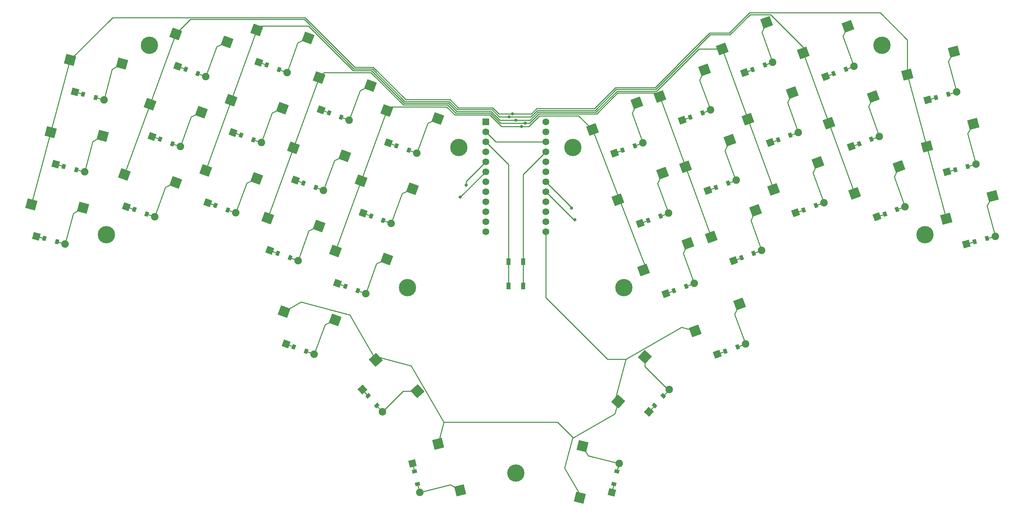
<source format=gbr>
%TF.GenerationSoftware,KiCad,Pcbnew,(6.0.10)*%
%TF.CreationDate,2024-09-29T17:33:22+02:00*%
%TF.ProjectId,blavinge,626c6176-696e-4676-952e-6b696361645f,v1.0.0*%
%TF.SameCoordinates,Original*%
%TF.FileFunction,Copper,L2,Bot*%
%TF.FilePolarity,Positive*%
%FSLAX46Y46*%
G04 Gerber Fmt 4.6, Leading zero omitted, Abs format (unit mm)*
G04 Created by KiCad (PCBNEW (6.0.10)) date 2024-09-29 17:33:22*
%MOMM*%
%LPD*%
G01*
G04 APERTURE LIST*
G04 Aperture macros list*
%AMRotRect*
0 Rectangle, with rotation*
0 The origin of the aperture is its center*
0 $1 length*
0 $2 width*
0 $3 Rotation angle, in degrees counterclockwise*
0 Add horizontal line*
21,1,$1,$2,0,0,$3*%
G04 Aperture macros list end*
%TA.AperFunction,SMDPad,CuDef*%
%ADD10RotRect,2.550000X2.500000X345.000000*%
%TD*%
%TA.AperFunction,SMDPad,CuDef*%
%ADD11RotRect,2.550000X2.500000X340.000000*%
%TD*%
%TA.AperFunction,SMDPad,CuDef*%
%ADD12RotRect,2.550000X2.500000X312.000000*%
%TD*%
%TA.AperFunction,SMDPad,CuDef*%
%ADD13RotRect,2.550000X2.500000X284.000000*%
%TD*%
%TA.AperFunction,SMDPad,CuDef*%
%ADD14RotRect,2.550000X2.500000X15.000000*%
%TD*%
%TA.AperFunction,SMDPad,CuDef*%
%ADD15RotRect,2.550000X2.500000X20.000000*%
%TD*%
%TA.AperFunction,SMDPad,CuDef*%
%ADD16RotRect,2.550000X2.500000X48.000000*%
%TD*%
%TA.AperFunction,SMDPad,CuDef*%
%ADD17RotRect,2.550000X2.500000X76.000000*%
%TD*%
%TA.AperFunction,SMDPad,CuDef*%
%ADD18RotRect,0.900000X1.200000X345.000000*%
%TD*%
%TA.AperFunction,ComponentPad*%
%ADD19RotRect,1.778000X1.778000X345.000000*%
%TD*%
%TA.AperFunction,ComponentPad*%
%ADD20C,1.905000*%
%TD*%
%TA.AperFunction,SMDPad,CuDef*%
%ADD21RotRect,0.900000X1.200000X340.000000*%
%TD*%
%TA.AperFunction,ComponentPad*%
%ADD22RotRect,1.778000X1.778000X340.000000*%
%TD*%
%TA.AperFunction,SMDPad,CuDef*%
%ADD23RotRect,0.900000X1.200000X312.000000*%
%TD*%
%TA.AperFunction,ComponentPad*%
%ADD24RotRect,1.778000X1.778000X312.000000*%
%TD*%
%TA.AperFunction,SMDPad,CuDef*%
%ADD25RotRect,0.900000X1.200000X284.000000*%
%TD*%
%TA.AperFunction,ComponentPad*%
%ADD26RotRect,1.778000X1.778000X284.000000*%
%TD*%
%TA.AperFunction,SMDPad,CuDef*%
%ADD27RotRect,0.900000X1.200000X15.000000*%
%TD*%
%TA.AperFunction,ComponentPad*%
%ADD28RotRect,1.778000X1.778000X15.000000*%
%TD*%
%TA.AperFunction,SMDPad,CuDef*%
%ADD29RotRect,0.900000X1.200000X20.000000*%
%TD*%
%TA.AperFunction,ComponentPad*%
%ADD30RotRect,1.778000X1.778000X20.000000*%
%TD*%
%TA.AperFunction,SMDPad,CuDef*%
%ADD31RotRect,0.900000X1.200000X48.000000*%
%TD*%
%TA.AperFunction,ComponentPad*%
%ADD32RotRect,1.778000X1.778000X48.000000*%
%TD*%
%TA.AperFunction,SMDPad,CuDef*%
%ADD33RotRect,0.900000X1.200000X76.000000*%
%TD*%
%TA.AperFunction,ComponentPad*%
%ADD34RotRect,1.778000X1.778000X76.000000*%
%TD*%
%TA.AperFunction,ComponentPad*%
%ADD35R,1.752600X1.752600*%
%TD*%
%TA.AperFunction,ComponentPad*%
%ADD36C,1.752600*%
%TD*%
%TA.AperFunction,SMDPad,CuDef*%
%ADD37R,1.100000X1.800000*%
%TD*%
%TA.AperFunction,ComponentPad*%
%ADD38C,0.700000*%
%TD*%
%TA.AperFunction,ComponentPad*%
%ADD39C,4.400000*%
%TD*%
%TA.AperFunction,ViaPad*%
%ADD40C,0.800000*%
%TD*%
%TA.AperFunction,Conductor*%
%ADD41C,0.250000*%
%TD*%
G04 APERTURE END LIST*
D10*
%TO.P,S1,1*%
%TO.N,P16*%
X42555086Y-129810187D03*
%TO.P,S1,2*%
%TO.N,pinky_bottom*%
X55699009Y-130702490D03*
%TD*%
%TO.P,S2,1*%
%TO.N,P16*%
X47472625Y-111457580D03*
%TO.P,S2,2*%
%TO.N,pinky_home*%
X60616548Y-112349883D03*
%TD*%
%TO.P,S3,1*%
%TO.N,P16*%
X52390180Y-93104995D03*
%TO.P,S3,2*%
%TO.N,pinky_top*%
X65534103Y-93997298D03*
%TD*%
D11*
%TO.P,S4,1*%
%TO.N,P14*%
X66194338Y-122178777D03*
%TO.P,S4,2*%
%TO.N,ring_bottom*%
X79210476Y-124213252D03*
%TD*%
%TO.P,S5,1*%
%TO.N,P14*%
X72692728Y-104324612D03*
%TO.P,S5,2*%
%TO.N,ring_home*%
X85708866Y-106359087D03*
%TD*%
%TO.P,S6,1*%
%TO.N,P14*%
X79191104Y-86470438D03*
%TO.P,S6,2*%
%TO.N,ring_top*%
X92207242Y-88504913D03*
%TD*%
%TO.P,S7,1*%
%TO.N,P10*%
X86784662Y-121159626D03*
%TO.P,S7,2*%
%TO.N,middle_bottom*%
X99800800Y-123194101D03*
%TD*%
%TO.P,S8,1*%
%TO.N,P10*%
X93283058Y-103305460D03*
%TO.P,S8,2*%
%TO.N,middle_home*%
X106299196Y-105339935D03*
%TD*%
%TO.P,S9,1*%
%TO.N,P10*%
X99781436Y-85451303D03*
%TO.P,S9,2*%
%TO.N,middle_top*%
X112797574Y-87485778D03*
%TD*%
%TO.P,S10,1*%
%TO.N,P7*%
X102586710Y-133296167D03*
%TO.P,S10,2*%
%TO.N,index_bottom*%
X115602848Y-135330642D03*
%TD*%
%TO.P,S11,1*%
%TO.N,P7*%
X109085097Y-115441998D03*
%TO.P,S11,2*%
%TO.N,index_home*%
X122101235Y-117476473D03*
%TD*%
%TO.P,S12,1*%
%TO.N,P7*%
X115583473Y-97587836D03*
%TO.P,S12,2*%
%TO.N,index_top*%
X128599611Y-99622311D03*
%TD*%
%TO.P,S13,1*%
%TO.N,P8*%
X119756829Y-141673932D03*
%TO.P,S13,2*%
%TO.N,inner_bottom*%
X132772967Y-143708407D03*
%TD*%
%TO.P,S14,1*%
%TO.N,P8*%
X126255212Y-123819769D03*
%TO.P,S14,2*%
%TO.N,inner_home*%
X139271350Y-125854244D03*
%TD*%
%TO.P,S15,1*%
%TO.N,P8*%
X132753587Y-105965604D03*
%TO.P,S15,2*%
%TO.N,inner_top*%
X145769725Y-108000079D03*
%TD*%
%TO.P,S16,1*%
%TO.N,P9*%
X106680602Y-157133963D03*
%TO.P,S16,2*%
%TO.N,near_thumb*%
X119696740Y-159168438D03*
%TD*%
D12*
%TO.P,S17,1*%
%TO.N,P9*%
X130015867Y-169395412D03*
%TO.P,S17,2*%
%TO.N,home_thumb*%
X140553306Y-177302454D03*
%TD*%
D13*
%TO.P,S18,2*%
%TO.N,far_thumb*%
X151416380Y-202594321D03*
%TO.P,S18,1*%
%TO.N,P9*%
X145824505Y-190665790D03*
%TD*%
D14*
%TO.P,S19,1*%
%TO.N,P16*%
X274828375Y-133477640D03*
%TO.P,S19,2*%
%TO.N,mirror_pinky_bottom*%
X286657498Y-127678435D03*
%TD*%
%TO.P,S20,1*%
%TO.N,P16*%
X269910806Y-115125069D03*
%TO.P,S20,2*%
%TO.N,mirror_pinky_home*%
X281739929Y-109325864D03*
%TD*%
%TO.P,S21,1*%
%TO.N,P16*%
X264993225Y-96772472D03*
%TO.P,S21,2*%
%TO.N,mirror_pinky_top*%
X276822348Y-90973267D03*
%TD*%
D15*
%TO.P,S22,1*%
%TO.N,P14*%
X251560833Y-127025205D03*
%TO.P,S22,2*%
%TO.N,mirror_ring_bottom*%
X262839508Y-120217092D03*
%TD*%
%TO.P,S23,1*%
%TO.N,P14*%
X245062450Y-109171045D03*
%TO.P,S23,2*%
%TO.N,mirror_ring_home*%
X256341125Y-102362932D03*
%TD*%
%TO.P,S24,1*%
%TO.N,P14*%
X238564057Y-91316887D03*
%TO.P,S24,2*%
%TO.N,mirror_ring_top*%
X249842732Y-84508774D03*
%TD*%
%TO.P,S25,1*%
%TO.N,P10*%
X230970507Y-126006058D03*
%TO.P,S25,2*%
%TO.N,mirror_middle_bottom*%
X242249182Y-119197945D03*
%TD*%
%TO.P,S26,1*%
%TO.N,P10*%
X224472126Y-108151886D03*
%TO.P,S26,2*%
%TO.N,mirror_middle_home*%
X235750801Y-101343773D03*
%TD*%
%TO.P,S27,1*%
%TO.N,P10*%
X217973736Y-90297731D03*
%TO.P,S27,2*%
%TO.N,mirror_middle_top*%
X229252411Y-83489618D03*
%TD*%
%TO.P,S28,1*%
%TO.N,P7*%
X215168481Y-138142581D03*
%TO.P,S28,2*%
%TO.N,mirror_index_bottom*%
X226447156Y-131334468D03*
%TD*%
%TO.P,S29,1*%
%TO.N,P7*%
X208670095Y-120288412D03*
%TO.P,S29,2*%
%TO.N,mirror_index_home*%
X219948770Y-113480299D03*
%TD*%
%TO.P,S30,1*%
%TO.N,P7*%
X202171707Y-102434267D03*
%TO.P,S30,2*%
%TO.N,mirror_index_top*%
X213450382Y-95626154D03*
%TD*%
%TO.P,S31,1*%
%TO.N,P8*%
X197998341Y-146520350D03*
%TO.P,S31,2*%
%TO.N,mirror_inner_bottom*%
X209277016Y-139712237D03*
%TD*%
%TO.P,S32,1*%
%TO.N,P8*%
X191499971Y-128666187D03*
%TO.P,S32,2*%
%TO.N,mirror_inner_home*%
X202778646Y-121858074D03*
%TD*%
%TO.P,S33,1*%
%TO.N,P8*%
X185001574Y-110812019D03*
%TO.P,S33,2*%
%TO.N,mirror_inner_top*%
X196280249Y-104003906D03*
%TD*%
%TO.P,S34,1*%
%TO.N,P9*%
X211074573Y-161980373D03*
%TO.P,S34,2*%
%TO.N,mirror_near_thumb*%
X222353248Y-155172260D03*
%TD*%
D16*
%TO.P,S35,1*%
%TO.N,P9*%
X191573176Y-179925773D03*
%TO.P,S35,2*%
%TO.N,mirror_home_thumb*%
X198335439Y-168619548D03*
%TD*%
D17*
%TO.P,S36,1*%
%TO.N,P9*%
X181818084Y-204414881D03*
%TO.P,S36,2*%
%TO.N,mirror_far_thumb*%
X182480857Y-191257386D03*
%TD*%
D18*
%TO.P,D1,2*%
%TO.N,pinky_bottom*%
X49040934Y-139354039D03*
%TO.P,D1,1*%
%TO.N,P19*%
X45853378Y-138499937D03*
D19*
X43766979Y-137940887D03*
D20*
%TO.P,D1,2*%
%TO.N,pinky_bottom*%
X51127333Y-139913089D03*
%TD*%
D18*
%TO.P,D2,2*%
%TO.N,pinky_home*%
X53958502Y-121001453D03*
%TO.P,D2,1*%
%TO.N,P20*%
X50770946Y-120147351D03*
D19*
X48684547Y-119588301D03*
D20*
%TO.P,D2,2*%
%TO.N,pinky_home*%
X56044901Y-121560503D03*
%TD*%
D18*
%TO.P,D3,2*%
%TO.N,pinky_top*%
X58876059Y-102648866D03*
%TO.P,D3,1*%
%TO.N,P21*%
X55688503Y-101794764D03*
D19*
X53602104Y-101235714D03*
D20*
%TO.P,D3,2*%
%TO.N,pinky_top*%
X60962458Y-103207916D03*
%TD*%
D21*
%TO.P,D4,2*%
%TO.N,ring_bottom*%
X71823733Y-132251591D03*
%TO.P,D4,1*%
%TO.N,P19*%
X68722747Y-131122925D03*
D22*
X66693011Y-130384161D03*
D20*
%TO.P,D4,2*%
%TO.N,ring_bottom*%
X73853469Y-132990355D03*
%TD*%
D21*
%TO.P,D5,2*%
%TO.N,ring_home*%
X78322110Y-114397438D03*
%TO.P,D5,1*%
%TO.N,P20*%
X75221124Y-113268772D03*
D22*
X73191388Y-112530008D03*
D20*
%TO.P,D5,2*%
%TO.N,ring_home*%
X80351846Y-115136202D03*
%TD*%
D21*
%TO.P,D6,2*%
%TO.N,ring_top*%
X84820499Y-96543273D03*
%TO.P,D6,1*%
%TO.N,P21*%
X81719513Y-95414607D03*
D22*
X79689777Y-94675843D03*
D20*
%TO.P,D6,2*%
%TO.N,ring_top*%
X86850235Y-97282037D03*
%TD*%
D21*
%TO.P,D7,2*%
%TO.N,middle_bottom*%
X92414047Y-131232439D03*
%TO.P,D7,1*%
%TO.N,P19*%
X89313061Y-130103773D03*
D22*
X87283325Y-129365009D03*
D20*
%TO.P,D7,2*%
%TO.N,middle_bottom*%
X94443783Y-131971203D03*
%TD*%
D21*
%TO.P,D8,2*%
%TO.N,middle_home*%
X98912431Y-113378269D03*
%TO.P,D8,1*%
%TO.N,P20*%
X95811445Y-112249603D03*
D22*
X93781709Y-111510839D03*
D20*
%TO.P,D8,2*%
%TO.N,middle_home*%
X100942167Y-114117033D03*
%TD*%
D21*
%TO.P,D9,2*%
%TO.N,middle_top*%
X105410817Y-95524124D03*
%TO.P,D9,1*%
%TO.N,P21*%
X102309831Y-94395458D03*
D22*
X100280095Y-93656694D03*
D20*
%TO.P,D9,2*%
%TO.N,middle_top*%
X107440553Y-96262888D03*
%TD*%
D21*
%TO.P,D10,2*%
%TO.N,index_bottom*%
X108216077Y-143368982D03*
%TO.P,D10,1*%
%TO.N,P19*%
X105115091Y-142240316D03*
D22*
X103085355Y-141501552D03*
D20*
%TO.P,D10,2*%
%TO.N,index_bottom*%
X110245813Y-144107746D03*
%TD*%
D21*
%TO.P,D11,2*%
%TO.N,index_home*%
X114714466Y-125514818D03*
%TO.P,D11,1*%
%TO.N,P20*%
X111613480Y-124386152D03*
D22*
X109583744Y-123647388D03*
D20*
%TO.P,D11,2*%
%TO.N,index_home*%
X116744202Y-126253582D03*
%TD*%
D21*
%TO.P,D12,2*%
%TO.N,index_top*%
X121212849Y-107660658D03*
%TO.P,D12,1*%
%TO.N,P21*%
X118111863Y-106531992D03*
D22*
X116082127Y-105793228D03*
D20*
%TO.P,D12,2*%
%TO.N,index_top*%
X123242585Y-108399422D03*
%TD*%
D21*
%TO.P,D13,2*%
%TO.N,inner_bottom*%
X125386199Y-151746762D03*
%TO.P,D13,1*%
%TO.N,P19*%
X122285213Y-150618096D03*
D22*
X120255477Y-149879332D03*
D20*
%TO.P,D13,2*%
%TO.N,inner_bottom*%
X127415935Y-152485526D03*
%TD*%
D21*
%TO.P,D14,2*%
%TO.N,inner_home*%
X131884596Y-133892591D03*
%TO.P,D14,1*%
%TO.N,P20*%
X128783610Y-132763925D03*
D22*
X126753874Y-132025161D03*
D20*
%TO.P,D14,2*%
%TO.N,inner_home*%
X133914332Y-134631355D03*
%TD*%
D21*
%TO.P,D15,2*%
%TO.N,inner_top*%
X138382960Y-116038433D03*
%TO.P,D15,1*%
%TO.N,P21*%
X135281974Y-114909767D03*
D22*
X133252238Y-114171003D03*
D20*
%TO.P,D15,2*%
%TO.N,inner_top*%
X140412696Y-116777197D03*
%TD*%
D21*
%TO.P,D16,2*%
%TO.N,near_thumb*%
X112309973Y-167206784D03*
%TO.P,D16,1*%
%TO.N,P19*%
X109208987Y-166078118D03*
D22*
X107179251Y-165339354D03*
D20*
%TO.P,D16,2*%
%TO.N,near_thumb*%
X114339709Y-167945548D03*
%TD*%
D23*
%TO.P,D17,2*%
%TO.N,home_thumb*%
X130257419Y-180932027D03*
%TO.P,D17,1*%
%TO.N,P20*%
X128049287Y-178479649D03*
D24*
X126603965Y-176874456D03*
D20*
%TO.P,D17,2*%
%TO.N,home_thumb*%
X131702741Y-182537220D03*
%TD*%
D25*
%TO.P,D18,2*%
%TO.N,far_thumb*%
X140621658Y-200965409D03*
%TO.P,D18,1*%
%TO.N,P21*%
X139823316Y-197763433D03*
D26*
X139300765Y-195667594D03*
D20*
%TO.P,D18,2*%
%TO.N,far_thumb*%
X141144209Y-203061248D03*
%TD*%
D27*
%TO.P,D19,2*%
%TO.N,mirror_pinky_bottom*%
X285217241Y-138499935D03*
%TO.P,D19,1*%
%TO.N,P6*%
X282029685Y-139354037D03*
D28*
X279943286Y-139913087D03*
D20*
%TO.P,D19,2*%
%TO.N,mirror_pinky_bottom*%
X287303640Y-137940885D03*
%TD*%
D27*
%TO.P,D20,2*%
%TO.N,mirror_pinky_home*%
X280299679Y-120147353D03*
%TO.P,D20,1*%
%TO.N,P5*%
X277112123Y-121001455D03*
D28*
X275025724Y-121560505D03*
D20*
%TO.P,D20,2*%
%TO.N,mirror_pinky_home*%
X282386078Y-119588303D03*
%TD*%
D27*
%TO.P,D21,2*%
%TO.N,mirror_pinky_top*%
X275382096Y-101794765D03*
%TO.P,D21,1*%
%TO.N,P4*%
X272194540Y-102648867D03*
D28*
X270108141Y-103207917D03*
D20*
%TO.P,D21,2*%
%TO.N,mirror_pinky_top*%
X277468495Y-101235715D03*
%TD*%
D29*
%TO.P,D22,2*%
%TO.N,mirror_ring_bottom*%
X262347872Y-131122951D03*
%TO.P,D22,1*%
%TO.N,P6*%
X259246886Y-132251617D03*
D30*
X257217150Y-132990381D03*
D20*
%TO.P,D22,2*%
%TO.N,mirror_ring_bottom*%
X264377608Y-130384187D03*
%TD*%
D29*
%TO.P,D23,2*%
%TO.N,mirror_ring_home*%
X255849492Y-113268775D03*
%TO.P,D23,1*%
%TO.N,P5*%
X252748506Y-114397441D03*
D30*
X250718770Y-115136205D03*
D20*
%TO.P,D23,2*%
%TO.N,mirror_ring_home*%
X257879228Y-112530011D03*
%TD*%
D29*
%TO.P,D24,2*%
%TO.N,mirror_ring_top*%
X249351104Y-95414624D03*
%TO.P,D24,1*%
%TO.N,P4*%
X246250118Y-96543290D03*
D30*
X244220382Y-97282054D03*
D20*
%TO.P,D24,2*%
%TO.N,mirror_ring_top*%
X251380840Y-94675860D03*
%TD*%
D29*
%TO.P,D25,2*%
%TO.N,mirror_middle_bottom*%
X241757541Y-130103786D03*
%TO.P,D25,1*%
%TO.N,P6*%
X238656555Y-131232452D03*
D30*
X236626819Y-131971216D03*
D20*
%TO.P,D25,2*%
%TO.N,mirror_middle_bottom*%
X243787277Y-129365022D03*
%TD*%
D29*
%TO.P,D26,2*%
%TO.N,mirror_middle_home*%
X235259160Y-112249614D03*
%TO.P,D26,1*%
%TO.N,P5*%
X232158174Y-113378280D03*
D30*
X230128438Y-114117044D03*
D20*
%TO.P,D26,2*%
%TO.N,mirror_middle_home*%
X237288896Y-111510850D03*
%TD*%
D29*
%TO.P,D27,2*%
%TO.N,mirror_middle_top*%
X228760797Y-94395460D03*
%TO.P,D27,1*%
%TO.N,P4*%
X225659811Y-95524126D03*
D30*
X223630075Y-96262890D03*
D20*
%TO.P,D27,2*%
%TO.N,mirror_middle_top*%
X230790533Y-93656696D03*
%TD*%
D29*
%TO.P,D28,2*%
%TO.N,mirror_index_bottom*%
X225955514Y-142240317D03*
%TO.P,D28,1*%
%TO.N,P6*%
X222854528Y-143368983D03*
D30*
X220824792Y-144107747D03*
D20*
%TO.P,D28,2*%
%TO.N,mirror_index_bottom*%
X227985250Y-141501553D03*
%TD*%
D29*
%TO.P,D29,2*%
%TO.N,mirror_index_home*%
X219457126Y-124386161D03*
%TO.P,D29,1*%
%TO.N,P5*%
X216356140Y-125514827D03*
D30*
X214326404Y-126253591D03*
D20*
%TO.P,D29,2*%
%TO.N,mirror_index_home*%
X221486862Y-123647397D03*
%TD*%
D29*
%TO.P,D30,2*%
%TO.N,mirror_index_top*%
X212958757Y-106531992D03*
%TO.P,D30,1*%
%TO.N,P4*%
X209857771Y-107660658D03*
D30*
X207828035Y-108399422D03*
D20*
%TO.P,D30,2*%
%TO.N,mirror_index_top*%
X214988493Y-105793228D03*
%TD*%
D29*
%TO.P,D31,2*%
%TO.N,mirror_inner_bottom*%
X208785401Y-150618072D03*
%TO.P,D31,1*%
%TO.N,P6*%
X205684415Y-151746738D03*
D30*
X203654679Y-152485502D03*
D20*
%TO.P,D31,2*%
%TO.N,mirror_inner_bottom*%
X210815137Y-149879308D03*
%TD*%
D29*
%TO.P,D32,2*%
%TO.N,mirror_inner_home*%
X202287006Y-132763932D03*
%TO.P,D32,1*%
%TO.N,P5*%
X199186020Y-133892598D03*
D30*
X197156284Y-134631362D03*
D20*
%TO.P,D32,2*%
%TO.N,mirror_inner_home*%
X204316742Y-132025168D03*
%TD*%
D29*
%TO.P,D33,2*%
%TO.N,mirror_inner_top*%
X195788625Y-114909767D03*
%TO.P,D33,1*%
%TO.N,P4*%
X192687639Y-116038433D03*
D30*
X190657903Y-116777197D03*
D20*
%TO.P,D33,2*%
%TO.N,mirror_inner_top*%
X197818361Y-114171003D03*
%TD*%
D29*
%TO.P,D34,2*%
%TO.N,mirror_near_thumb*%
X221861638Y-166078111D03*
%TO.P,D34,1*%
%TO.N,P6*%
X218760652Y-167206777D03*
D30*
X216730916Y-167945541D03*
D20*
%TO.P,D34,2*%
%TO.N,mirror_near_thumb*%
X223891374Y-165339347D03*
%TD*%
D31*
%TO.P,D35,2*%
%TO.N,mirror_home_thumb*%
X203021336Y-178479640D03*
%TO.P,D35,1*%
%TO.N,P5*%
X200813204Y-180932018D03*
D32*
X199367882Y-182537211D03*
D20*
%TO.P,D35,2*%
%TO.N,mirror_home_thumb*%
X204466658Y-176874447D03*
%TD*%
D33*
%TO.P,D36,2*%
%TO.N,mirror_far_thumb*%
X191247303Y-197763439D03*
%TO.P,D36,1*%
%TO.N,P4*%
X190448961Y-200965415D03*
D34*
X189926410Y-203061254D03*
D20*
%TO.P,D36,2*%
%TO.N,mirror_far_thumb*%
X191769854Y-195667600D03*
%TD*%
D35*
%TO.P,MCU1,1*%
%TO.N,RAW*%
X157915311Y-108805644D03*
D36*
%TO.P,MCU1,2*%
%TO.N,GND*%
X157915311Y-111345644D03*
%TO.P,MCU1,3*%
%TO.N,RST*%
X157915311Y-113885644D03*
%TO.P,MCU1,4*%
%TO.N,VCC*%
X157915311Y-116425644D03*
%TO.P,MCU1,5*%
%TO.N,P21*%
X157915311Y-118965644D03*
%TO.P,MCU1,6*%
%TO.N,P20*%
X157915311Y-121505644D03*
%TO.P,MCU1,7*%
%TO.N,P19*%
X157915311Y-124045644D03*
%TO.P,MCU1,8*%
%TO.N,P18*%
X157915311Y-126585644D03*
%TO.P,MCU1,9*%
%TO.N,P15*%
X157915311Y-129125644D03*
%TO.P,MCU1,10*%
%TO.N,P14*%
X157915311Y-131665644D03*
%TO.P,MCU1,11*%
%TO.N,P16*%
X157915311Y-134205644D03*
%TO.P,MCU1,12*%
%TO.N,P10*%
X157915311Y-136745644D03*
%TO.P,MCU1,13*%
%TO.N,P1*%
X173155311Y-108805644D03*
%TO.P,MCU1,14*%
%TO.N,P0*%
X173155311Y-111345644D03*
%TO.P,MCU1,15*%
%TO.N,GND*%
X173155311Y-113885644D03*
%TO.P,MCU1,16*%
X173155311Y-116425644D03*
%TO.P,MCU1,17*%
%TO.N,P2*%
X173155311Y-118965644D03*
%TO.P,MCU1,18*%
%TO.N,P3*%
X173155311Y-121505644D03*
%TO.P,MCU1,19*%
%TO.N,P4*%
X173155311Y-124045644D03*
%TO.P,MCU1,20*%
%TO.N,P5*%
X173155311Y-126585644D03*
%TO.P,MCU1,21*%
%TO.N,P6*%
X173155311Y-129125644D03*
%TO.P,MCU1,22*%
%TO.N,P7*%
X173155311Y-131665644D03*
%TO.P,MCU1,23*%
%TO.N,P8*%
X173155311Y-134205644D03*
%TO.P,MCU1,24*%
%TO.N,P9*%
X173155311Y-136745644D03*
%TD*%
D37*
%TO.P,B1,1*%
%TO.N,GND*%
X167385303Y-150583953D03*
X167385303Y-144383953D03*
%TO.P,B1,2*%
%TO.N,RST*%
X163685303Y-150583953D03*
X163685303Y-144383953D03*
%TD*%
D38*
%TO.P,_1,1*%
%TO.N,N/C*%
X73363461Y-90760097D03*
D39*
X72538461Y-89331155D03*
D38*
X72111410Y-90924933D03*
X73967403Y-88506155D03*
X70944683Y-88904104D03*
X71713461Y-87902213D03*
X71109519Y-90156155D03*
X74132239Y-89758206D03*
X72965512Y-87737377D03*
%TD*%
%TO.P,_2,1*%
%TO.N,N/C*%
X259961085Y-90156161D03*
D39*
X258532143Y-89331161D03*
D38*
X258959194Y-90924939D03*
X259357143Y-87902219D03*
X256938365Y-89758212D03*
X257103201Y-88506161D03*
X257707143Y-90760103D03*
X260125921Y-88904110D03*
X258105092Y-87737383D03*
%TD*%
%TO.P,_3,1*%
%TO.N,N/C*%
X62413071Y-138968616D03*
D39*
X61588071Y-137539674D03*
D38*
X61161020Y-139133452D03*
X63017013Y-136714674D03*
X59994293Y-137112623D03*
X60763071Y-136110732D03*
X60159129Y-138364674D03*
X63181849Y-137966725D03*
X62015122Y-135945896D03*
%TD*%
%TO.P,_4,1*%
%TO.N,N/C*%
X270911492Y-138364657D03*
D39*
X269482550Y-137539657D03*
D38*
X269909601Y-139133435D03*
X270307550Y-136110715D03*
X267888772Y-137966708D03*
X268053608Y-136714657D03*
X268657550Y-138968599D03*
X271076328Y-137112606D03*
X269055499Y-135945879D03*
%TD*%
%TO.P,_5,1*%
%TO.N,N/C*%
X151737802Y-116819905D03*
D39*
X151040482Y-115324497D03*
D38*
X150476149Y-116874990D03*
X152535890Y-114627177D03*
X149489989Y-114760164D03*
X150343162Y-113829089D03*
X149545074Y-116021817D03*
X152590975Y-115888830D03*
X151604815Y-113774004D03*
%TD*%
%TO.P,_6,1*%
%TO.N,N/C*%
X181525540Y-116021810D03*
D39*
X180030132Y-115324490D03*
D38*
X180594465Y-116874983D03*
X180727452Y-113829082D03*
X178479639Y-115888823D03*
X178534724Y-114627170D03*
X179332812Y-116819898D03*
X181580625Y-114760157D03*
X179465799Y-113773997D03*
%TD*%
%TO.P,_7,1*%
%TO.N,N/C*%
X138741052Y-152528246D03*
D39*
X138043732Y-151032838D03*
D38*
X137479399Y-152583331D03*
X139539140Y-150335518D03*
X136493239Y-150468505D03*
X137346412Y-149537430D03*
X136548324Y-151730158D03*
X139594225Y-151597171D03*
X138608065Y-149482345D03*
%TD*%
%TO.P,_8,1*%
%TO.N,N/C*%
X194522296Y-151730138D03*
D39*
X193026888Y-151032818D03*
D38*
X193591221Y-152583311D03*
X193724208Y-149537410D03*
X191476395Y-151597151D03*
X191531480Y-150335498D03*
X192329568Y-152528226D03*
X194577381Y-150468485D03*
X192462555Y-149482325D03*
%TD*%
%TO.P,_9,1*%
%TO.N,N/C*%
X166702034Y-199321539D03*
D39*
X165535308Y-198154813D03*
D38*
X165535308Y-199804813D03*
X166702034Y-196988087D03*
X163885308Y-198154813D03*
X164368582Y-196988087D03*
X164368582Y-199321539D03*
X167185308Y-198154813D03*
X165535308Y-196504813D03*
%TD*%
D40*
%TO.N,P20*%
X151400000Y-128000000D03*
%TO.N,P21*%
X152900000Y-124900000D03*
%TO.N,P4*%
X179700000Y-130734869D03*
%TO.N,P5*%
X180553830Y-133726915D03*
%TO.N,P16*%
X164751395Y-106772762D03*
%TO.N,P14*%
X163851405Y-107572761D03*
%TO.N,P10*%
X165551403Y-108372760D03*
%TO.N,P7*%
X167951396Y-109172749D03*
%TO.N,P8*%
X166985573Y-110006936D03*
%TD*%
D41*
%TO.N,P20*%
X151420955Y-128000000D02*
X157915311Y-121505644D01*
X151400000Y-128000000D02*
X151420955Y-128000000D01*
%TO.N,P21*%
X152900000Y-123980955D02*
X157915311Y-118965644D01*
X152900000Y-124900000D02*
X152900000Y-123980955D01*
%TO.N,P4*%
X179700000Y-130590333D02*
X173155311Y-124045644D01*
X179700000Y-130734869D02*
X179700000Y-130590333D01*
%TO.N,P5*%
X180296582Y-133726915D02*
X173155311Y-126585644D01*
X180553830Y-133726915D02*
X180296582Y-133726915D01*
%TO.N,GND*%
X160455308Y-113885640D02*
X173155299Y-113885641D01*
X157915299Y-111345640D02*
X160455308Y-113885640D01*
X167385311Y-122195633D02*
X173155303Y-116425643D01*
X167385310Y-144383958D02*
X167385311Y-122195633D01*
X167385307Y-150583954D02*
X167385310Y-144383958D01*
%TO.N,RST*%
X163685314Y-144383957D02*
X163685334Y-150583963D01*
X163685312Y-119655651D02*
X157915309Y-113885641D01*
X163685314Y-144383957D02*
X163685312Y-119655651D01*
%TO.N,P8*%
X133723462Y-104995736D02*
X132753581Y-105965617D01*
X147974362Y-104995733D02*
X133723462Y-104995736D01*
X150051400Y-107072741D02*
X147974362Y-104995733D01*
X161885584Y-110006940D02*
X158951395Y-107072755D01*
X171551399Y-107272756D02*
X181462303Y-107272753D01*
X181462303Y-107272753D02*
X185001570Y-110812024D01*
X158951395Y-107072755D02*
X150051400Y-107072741D01*
X168817220Y-110006938D02*
X171551399Y-107272756D01*
X166985573Y-110006936D02*
X161885584Y-110006940D01*
X166985573Y-110006936D02*
X168817220Y-110006938D01*
%TO.N,P7*%
X116898543Y-96272765D02*
X115583474Y-97587831D01*
X128751391Y-96272774D02*
X116898543Y-96272765D01*
X137024369Y-104545730D02*
X128751391Y-96272774D01*
X148224362Y-104545721D02*
X137024369Y-104545730D01*
X150301389Y-106622760D02*
X148224362Y-104545721D01*
X159137801Y-106622760D02*
X150301389Y-106622760D01*
X161687784Y-109172749D02*
X159137801Y-106622760D01*
X167951396Y-109172749D02*
X161687784Y-109172749D01*
X201196441Y-101459016D02*
X202171705Y-102434264D01*
X191451548Y-101458995D02*
X201196441Y-101459016D01*
X186101407Y-106822760D02*
X190489895Y-102434271D01*
X190489888Y-102420651D02*
X191451548Y-101458995D01*
X171365009Y-106822765D02*
X186101407Y-106822760D01*
X169015012Y-109172754D02*
X171365009Y-106822765D01*
X167951396Y-109172749D02*
X169015012Y-109172754D01*
X190489895Y-102434271D02*
X190489888Y-102420651D01*
%TO.N,P14*%
X238564065Y-89885414D02*
X238564062Y-91316898D01*
X230232573Y-81553918D02*
X238564065Y-89885414D01*
X225070237Y-81553930D02*
X230232573Y-81553918D01*
X219951411Y-86672748D02*
X225070237Y-81553930D01*
X214951392Y-86672769D02*
X219951411Y-86672748D01*
X212151394Y-89536365D02*
X212151407Y-89472759D01*
X201128763Y-100559016D02*
X212151394Y-89536365D01*
X191078749Y-100559005D02*
X201128763Y-100559016D01*
X185714993Y-105922751D02*
X191078749Y-100559005D01*
X170992217Y-105922760D02*
X185714993Y-105922751D01*
X82888806Y-82772757D02*
X79191108Y-86470437D01*
X111837787Y-82772754D02*
X82888806Y-82772757D01*
X124437800Y-95372759D02*
X111837787Y-82772754D01*
X169342215Y-107572761D02*
X170992217Y-105922760D01*
X129124198Y-95372764D02*
X124437800Y-95372759D01*
X137397161Y-103645738D02*
X129124198Y-95372764D01*
X148660759Y-103645728D02*
X137397161Y-103645738D01*
X159510581Y-105722762D02*
X150737789Y-105722771D01*
X161360589Y-107572764D02*
X159510581Y-105722762D01*
X163851405Y-107572761D02*
X161360589Y-107572764D01*
X150737789Y-105722771D02*
X148660759Y-103645728D01*
X163851405Y-107572761D02*
X169342215Y-107572761D01*
X212151407Y-89472759D02*
X214951392Y-86672769D01*
%TO.N,P16*%
X63172437Y-82322764D02*
X52390196Y-93105007D01*
X112024201Y-82322764D02*
X63172437Y-82322764D01*
X124624190Y-94922765D02*
X112024201Y-82322764D01*
X148847160Y-103195725D02*
X137583544Y-103195729D01*
X150924183Y-105272761D02*
X148847160Y-103195725D01*
X159696986Y-105272763D02*
X150924183Y-105272761D01*
X161196973Y-106772754D02*
X159696986Y-105272763D01*
X164751395Y-106772762D02*
X161196973Y-106772754D01*
X264993243Y-88014600D02*
X264993222Y-96772480D01*
X224883849Y-81103921D02*
X258082556Y-81103928D01*
X219765003Y-86222753D02*
X224883849Y-81103921D01*
X214764992Y-86222762D02*
X219765003Y-86222753D01*
X206464999Y-94522759D02*
X214764992Y-86222762D01*
X206465006Y-94586360D02*
X206464999Y-94522759D01*
X185501399Y-105472749D02*
X190865152Y-100109010D01*
X169505810Y-106772769D02*
X170805816Y-105472757D01*
X164751395Y-106772762D02*
X169505810Y-106772769D01*
X190865152Y-100109010D02*
X200942367Y-100109014D01*
X137583544Y-103195729D02*
X129310586Y-94922755D01*
X170805816Y-105472757D02*
X185501399Y-105472749D01*
X129310586Y-94922755D02*
X124624190Y-94922765D01*
X200942367Y-100109014D02*
X206465006Y-94586360D01*
X258082556Y-81103928D02*
X264993243Y-88014600D01*
%TO.N,P10*%
X100751315Y-84481429D02*
X99781434Y-85451308D01*
X112910076Y-84481429D02*
X100751315Y-84481429D01*
X124251398Y-95822760D02*
X112910076Y-84481429D01*
X128937791Y-95822764D02*
X124251398Y-95822760D01*
X137210762Y-104095731D02*
X128937791Y-95822764D01*
X148474374Y-104095727D02*
X137210762Y-104095731D01*
X159324201Y-106172768D02*
X150551400Y-106172752D01*
X161524186Y-108372752D02*
X159324201Y-106172768D01*
X212026440Y-90297737D02*
X217973734Y-90297723D01*
X201315150Y-101009009D02*
X212026440Y-90297737D01*
X191265147Y-101009021D02*
X201315150Y-101009009D01*
X171178612Y-106372749D02*
X185901394Y-106372752D01*
X169178603Y-108372761D02*
X171178612Y-106372749D01*
X150551400Y-106172752D02*
X148474374Y-104095727D01*
X165551403Y-108372760D02*
X161524186Y-108372752D01*
X165551403Y-108372760D02*
X169178603Y-108372761D01*
X185901394Y-106372752D02*
X191265147Y-101009021D01*
%TO.N,P8*%
X122216503Y-134915999D02*
X119756832Y-141673934D01*
X132753591Y-105965604D02*
X122216503Y-134915999D01*
%TO.N,P9*%
X188798511Y-169220132D02*
X193479587Y-169220112D01*
X173155307Y-136745645D02*
X173155306Y-153576922D01*
X173155306Y-153576922D02*
X188798511Y-169220132D01*
X176110764Y-185232377D02*
X180089016Y-189210629D01*
X147280390Y-185232375D02*
X176110764Y-185232377D01*
X180089016Y-189210629D02*
X179985439Y-189270438D01*
X190731740Y-183066051D02*
X180089016Y-189210629D01*
X147280390Y-185232375D02*
X145824506Y-190665804D01*
X131122594Y-168756451D02*
X138984214Y-170862950D01*
X130015867Y-169395401D02*
X131122594Y-168756451D01*
X138984214Y-170862950D02*
X147280390Y-185232375D01*
X181964484Y-203868462D02*
X181818084Y-204414873D01*
X177941148Y-196899833D02*
X181964484Y-203868462D01*
X179985439Y-189270438D02*
X177941148Y-196899833D01*
X191573168Y-179925778D02*
X190731740Y-183066051D01*
X207621682Y-161055170D02*
X193479587Y-169220112D01*
X193479587Y-169220112D02*
X190916012Y-178787536D01*
X190916012Y-178787536D02*
X191573168Y-179925778D01*
X211074572Y-161980383D02*
X207621682Y-161055170D01*
X123389914Y-157918928D02*
X130015867Y-169395401D01*
X111048597Y-154612072D02*
X123389914Y-157918928D01*
X106680596Y-157133947D02*
X111048597Y-154612072D01*
%TO.N,P16*%
X42555068Y-129810163D02*
X42555079Y-129810182D01*
X52390202Y-93105009D02*
X42555068Y-129810163D01*
%TO.N,P14*%
X79191109Y-86470460D02*
X66194336Y-122178791D01*
%TO.N,P10*%
X86784679Y-121159614D02*
X86784659Y-121159621D01*
X99781440Y-85451301D02*
X86784679Y-121159614D01*
%TO.N,P7*%
X102586690Y-133296152D02*
X102586700Y-133296146D01*
X115583478Y-97587836D02*
X102586690Y-133296152D01*
%TO.N,P16*%
X264993238Y-96772473D02*
X274828367Y-133477636D01*
X274828367Y-133477636D02*
X274828376Y-133477637D01*
%TO.N,P14*%
X251560818Y-127025195D02*
X251560821Y-127025216D01*
X238564063Y-91316898D02*
X251560818Y-127025195D01*
%TO.N,P10*%
X217973733Y-90297720D02*
X230970517Y-126006045D01*
%TO.N,P7*%
X215168466Y-138142577D02*
X215168478Y-138142575D01*
X202171712Y-102434273D02*
X215168466Y-138142577D01*
%TO.N,P8*%
X185001585Y-110812023D02*
X198619557Y-146288084D01*
%TO.N,mirror_pinky_bottom*%
X286657506Y-127678442D02*
X285220649Y-130167140D01*
X285220649Y-130167140D02*
X287303634Y-137940890D01*
X285217230Y-138499935D02*
X287303634Y-137940890D01*
%TO.N,P6*%
X282029670Y-139354052D02*
X279943279Y-139913092D01*
%TO.N,P5*%
X277112117Y-121001465D02*
X275025706Y-121560499D01*
%TO.N,mirror_pinky_home*%
X280299679Y-120147362D02*
X282386082Y-119588304D01*
X280303090Y-111814521D02*
X282386082Y-119588304D01*
X281739927Y-109325843D02*
X280303090Y-111814521D01*
%TO.N,P4*%
X272194547Y-102648871D02*
X270108143Y-103207910D01*
%TO.N,mirror_pinky_top*%
X275382110Y-101794764D02*
X277468500Y-101235713D01*
X275385528Y-93461945D02*
X277468500Y-101235713D01*
X276822371Y-90973271D02*
X275385528Y-93461945D01*
%TO.N,P6*%
X218760631Y-167206771D02*
X216730897Y-167945543D01*
%TO.N,mirror_near_thumb*%
X221861631Y-166078099D02*
X223891374Y-165339335D01*
%TO.N,mirror_far_thumb*%
X182474789Y-191281653D02*
X183936638Y-193714548D01*
X182480845Y-191257394D02*
X182474789Y-191281653D01*
X183936638Y-193714548D02*
X191769845Y-195667601D01*
%TO.N,P4*%
X190448954Y-200965420D02*
X189926389Y-203061249D01*
%TO.N,mirror_far_thumb*%
X191247294Y-197763443D02*
X191769845Y-195667601D01*
%TO.N,far_thumb*%
X148953154Y-201114286D02*
X151416382Y-202594322D01*
X141144207Y-203061264D02*
X148953154Y-201114286D01*
X140621658Y-200965417D02*
X141144207Y-203061264D01*
%TO.N,P21*%
X139274778Y-195563389D02*
X139823328Y-197763434D01*
X139300763Y-195667616D02*
X139274778Y-195563389D01*
%TO.N,P19*%
X45853380Y-138499947D02*
X43766995Y-137940884D01*
%TO.N,pinky_bottom*%
X49040927Y-139354054D02*
X51127337Y-139913096D01*
X53216781Y-132115174D02*
X51127337Y-139913096D01*
X55674854Y-130696012D02*
X53216781Y-132115174D01*
X55698998Y-130702482D02*
X55674854Y-130696012D01*
%TO.N,P20*%
X50770944Y-120147349D02*
X48684538Y-119588311D01*
%TO.N,pinky_home*%
X53958479Y-121001453D02*
X56044893Y-121560519D01*
X58127885Y-113786737D02*
X56044893Y-121560519D01*
X60616559Y-112349894D02*
X58127885Y-113786737D01*
%TO.N,P21*%
X55688524Y-101794756D02*
X53602104Y-101235722D01*
%TO.N,pinky_top*%
X58876073Y-102648858D02*
X60962464Y-103207909D01*
X65534123Y-93997304D02*
X63045448Y-95434142D01*
X63045448Y-95434142D02*
X60962464Y-103207909D01*
%TO.N,P21*%
X81719506Y-95414613D02*
X79689774Y-94675866D01*
%TO.N,ring_top*%
X86850236Y-97282052D02*
X84820492Y-96543283D01*
X89602812Y-89719406D02*
X86850236Y-97282052D01*
X92207253Y-88504918D02*
X89602812Y-89719406D01*
%TO.N,middle_top*%
X110193130Y-88700244D02*
X107440542Y-96262887D01*
X112797578Y-87485772D02*
X110193130Y-88700244D01*
%TO.N,P21*%
X102309822Y-94395457D02*
X100280081Y-93656700D01*
%TO.N,middle_top*%
X105410821Y-95524121D02*
X107440542Y-96262887D01*
%TO.N,P21*%
X118111876Y-106532021D02*
X116082125Y-105793235D01*
%TO.N,index_top*%
X121212844Y-107660671D02*
X123242582Y-108399431D01*
X125995173Y-100836776D02*
X123242582Y-108399431D01*
X128599620Y-99622312D02*
X125995173Y-100836776D01*
%TO.N,inner_top*%
X145746241Y-107991535D02*
X143173850Y-109191058D01*
X145769714Y-108000085D02*
X145746241Y-107991535D01*
X143173850Y-109191058D02*
X140412706Y-116777212D01*
X138382990Y-116038432D02*
X140412706Y-116777212D01*
%TO.N,P21*%
X135281985Y-114909786D02*
X133252252Y-114170997D01*
%TO.N,inner_home*%
X136666898Y-127068721D02*
X133914324Y-134631355D01*
X139271365Y-125854235D02*
X136666898Y-127068721D01*
X131884602Y-133892597D02*
X133914324Y-134631355D01*
%TO.N,P20*%
X126753862Y-132025165D02*
X128783600Y-132763929D01*
%TO.N,index_home*%
X119496774Y-118690957D02*
X116744200Y-126253605D01*
X122101217Y-117476479D02*
X119496774Y-118690957D01*
X114714486Y-125514820D02*
X116744200Y-126253605D01*
%TO.N,P20*%
X111613482Y-124386164D02*
X109583764Y-123647397D01*
%TO.N,middle_home*%
X103694746Y-106554415D02*
X100942174Y-114117052D01*
X106299190Y-105339931D02*
X103694746Y-106554415D01*
X98912444Y-113378287D02*
X100942174Y-114117052D01*
%TO.N,P20*%
X95811446Y-112249618D02*
X93781708Y-111510858D01*
%TO.N,ring_home*%
X83112964Y-107550069D02*
X80351857Y-115136192D01*
X85685364Y-106350542D02*
X83112964Y-107550069D01*
X85708869Y-106359097D02*
X85685364Y-106350542D01*
X78322109Y-114397451D02*
X80351857Y-115136192D01*
%TO.N,P20*%
X75221140Y-113268784D02*
X73191385Y-112530019D01*
%TO.N,P19*%
X68722738Y-131122932D02*
X66693012Y-130384181D01*
%TO.N,ring_bottom*%
X71823729Y-132251624D02*
X73853463Y-132990376D01*
X76606039Y-125427710D02*
X73853463Y-132990376D01*
X79210476Y-124213250D02*
X76606039Y-125427710D01*
%TO.N,middle_bottom*%
X99800827Y-123194101D02*
X99777304Y-123185548D01*
X99777304Y-123185548D02*
X97204912Y-124385052D01*
X97204912Y-124385052D02*
X94443792Y-131971219D01*
%TO.N,P19*%
X89313064Y-130103799D02*
X87283336Y-129365022D01*
%TO.N,middle_bottom*%
X92414037Y-131232433D02*
X94443792Y-131971219D01*
%TO.N,index_bottom*%
X115602841Y-135330621D02*
X112998393Y-136545119D01*
X112998393Y-136545119D02*
X110245818Y-144107751D01*
%TO.N,P19*%
X105115108Y-142240324D02*
X103085362Y-141501559D01*
%TO.N,index_bottom*%
X108216084Y-143368987D02*
X110245818Y-144107751D01*
%TO.N,inner_bottom*%
X132772960Y-143708405D02*
X130168523Y-144922873D01*
X130168523Y-144922873D02*
X127415942Y-152485506D01*
%TO.N,P19*%
X122285205Y-150618099D02*
X120255481Y-149879340D01*
%TO.N,inner_bottom*%
X125386191Y-151746758D02*
X127415942Y-152485506D01*
%TO.N,mirror_near_thumb*%
X221138782Y-157776681D02*
X223891378Y-165339332D01*
X222353244Y-155172252D02*
X221138782Y-157776681D01*
%TO.N,near_thumb*%
X117092292Y-160382886D02*
X114339719Y-167945528D01*
X119696738Y-159168414D02*
X117092292Y-160382886D01*
X112309970Y-167206776D02*
X114339719Y-167945528D01*
%TO.N,P19*%
X109209003Y-166078104D02*
X107179246Y-165339338D01*
%TO.N,mirror_ring_top*%
X248619720Y-87089711D02*
X251380844Y-94675855D01*
X249819232Y-84517313D02*
X248619720Y-87089711D01*
X249842757Y-84508776D02*
X249819232Y-84517313D01*
X249351113Y-95414626D02*
X251380844Y-94675855D01*
%TO.N,P4*%
X246250111Y-96543291D02*
X244220382Y-97282063D01*
%TO.N,mirror_middle_top*%
X228037948Y-86094043D02*
X230790521Y-93656692D01*
X229252414Y-83489598D02*
X228037948Y-86094043D01*
X228760784Y-94395467D02*
X230790521Y-93656692D01*
%TO.N,P4*%
X225659798Y-95524127D02*
X223630060Y-96262892D01*
%TO.N,mirror_index_top*%
X212227358Y-98207105D02*
X214988474Y-105793231D01*
X213426895Y-95634702D02*
X212227358Y-98207105D01*
X213450354Y-95626149D02*
X213426895Y-95634702D01*
X212958731Y-106531990D02*
X214988474Y-105793231D01*
%TO.N,P4*%
X209857761Y-107660659D02*
X207828028Y-108399441D01*
%TO.N,mirror_inner_top*%
X195065783Y-106608364D02*
X197818359Y-114170998D01*
X196280252Y-104003907D02*
X195065783Y-106608364D01*
%TO.N,P4*%
X192687649Y-116038427D02*
X190657911Y-116777198D01*
%TO.N,mirror_inner_top*%
X195788635Y-114909773D02*
X197818359Y-114170998D01*
%TO.N,mirror_inner_home*%
X202778640Y-121858073D02*
X201564184Y-124462525D01*
X201564184Y-124462525D02*
X204316744Y-132025162D01*
%TO.N,P5*%
X199186015Y-133892597D02*
X197156291Y-134631363D01*
%TO.N,mirror_inner_home*%
X204316744Y-132025162D02*
X202287008Y-132763928D01*
%TO.N,P5*%
X216356143Y-125514851D02*
X214326409Y-126253596D01*
%TO.N,mirror_index_home*%
X221486870Y-123647394D02*
X219457143Y-124386165D01*
X221366990Y-123591511D02*
X221486870Y-123647394D01*
X218678387Y-116204618D02*
X221366990Y-123591511D01*
X219948761Y-113480311D02*
X218678387Y-116204618D01*
%TO.N,mirror_middle_home*%
X234536336Y-103948204D02*
X237288906Y-111510855D01*
X235750800Y-101343781D02*
X234536336Y-103948204D01*
%TO.N,P5*%
X232158180Y-113378286D02*
X230128459Y-114117057D01*
%TO.N,mirror_middle_home*%
X235259170Y-112249625D02*
X237288906Y-111510855D01*
%TO.N,mirror_ring_home*%
X256341111Y-102362930D02*
X255126646Y-104967372D01*
X255126646Y-104967372D02*
X257879229Y-112530004D01*
%TO.N,P5*%
X252748508Y-114397445D02*
X250718767Y-115136213D01*
%TO.N,mirror_ring_home*%
X255849485Y-113268796D02*
X257879229Y-112530004D01*
%TO.N,mirror_ring_bottom*%
X261616465Y-122798038D02*
X264377629Y-130384179D01*
X262816005Y-120225641D02*
X261616465Y-122798038D01*
X262839497Y-120217098D02*
X262816005Y-120225641D01*
X262347876Y-131122948D02*
X264377629Y-130384179D01*
%TO.N,P6*%
X259246894Y-132251612D02*
X257217152Y-132990379D01*
%TO.N,mirror_middle_bottom*%
X241034706Y-121802374D02*
X243787290Y-129365019D01*
X242249187Y-119197943D02*
X241034706Y-121802374D01*
X241757548Y-130103775D02*
X243787290Y-129365019D01*
%TO.N,P6*%
X238656568Y-131232446D02*
X236626830Y-131971224D01*
%TO.N,mirror_index_bottom*%
X225955504Y-142240324D02*
X227985258Y-141501562D01*
%TO.N,P6*%
X222854510Y-143369000D02*
X220824788Y-144107746D01*
X205684412Y-151746749D02*
X203654685Y-152485515D01*
%TO.N,mirror_inner_bottom*%
X208785406Y-150618091D02*
X210815114Y-149879324D01*
X209277031Y-139712236D02*
X208062558Y-142316673D01*
X208062558Y-142316673D02*
X210815114Y-149879324D01*
%TO.N,mirror_index_bottom*%
X226423668Y-131343026D02*
X225224129Y-133915429D01*
X225224129Y-133915429D02*
X227985258Y-141501562D01*
X226447162Y-131334472D02*
X226423668Y-131343026D01*
%TO.N,P5*%
X200813199Y-181091892D02*
X199367866Y-182537202D01*
X200813186Y-180932033D02*
X200813199Y-181091892D01*
%TO.N,mirror_home_thumb*%
X204466652Y-177034317D02*
X203021318Y-178479645D01*
X204466649Y-176874450D02*
X204466652Y-177034317D01*
X204156498Y-176874446D02*
X204466649Y-176874450D01*
X198335426Y-171053388D02*
X204156498Y-176874446D01*
X198335424Y-168619555D02*
X198335426Y-171053388D01*
%TO.N,home_thumb*%
X136937494Y-177302441D02*
X131702741Y-182537215D01*
X140553311Y-177302466D02*
X136937494Y-177302441D01*
X130257406Y-181091894D02*
X131702741Y-182537215D01*
X130257412Y-180932011D02*
X130257406Y-181091894D01*
%TO.N,P20*%
X126603963Y-177034321D02*
X128049278Y-178479640D01*
X126603960Y-176874453D02*
X126603963Y-177034321D01*
%TD*%
M02*

</source>
